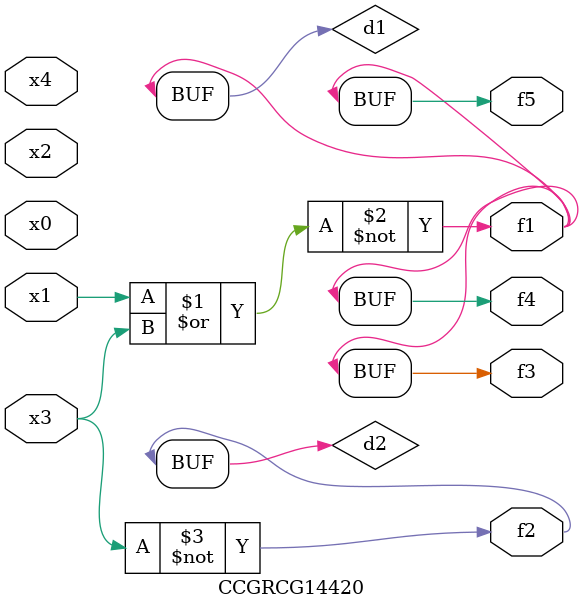
<source format=v>
module CCGRCG14420(
	input x0, x1, x2, x3, x4,
	output f1, f2, f3, f4, f5
);

	wire d1, d2;

	nor (d1, x1, x3);
	not (d2, x3);
	assign f1 = d1;
	assign f2 = d2;
	assign f3 = d1;
	assign f4 = d1;
	assign f5 = d1;
endmodule

</source>
